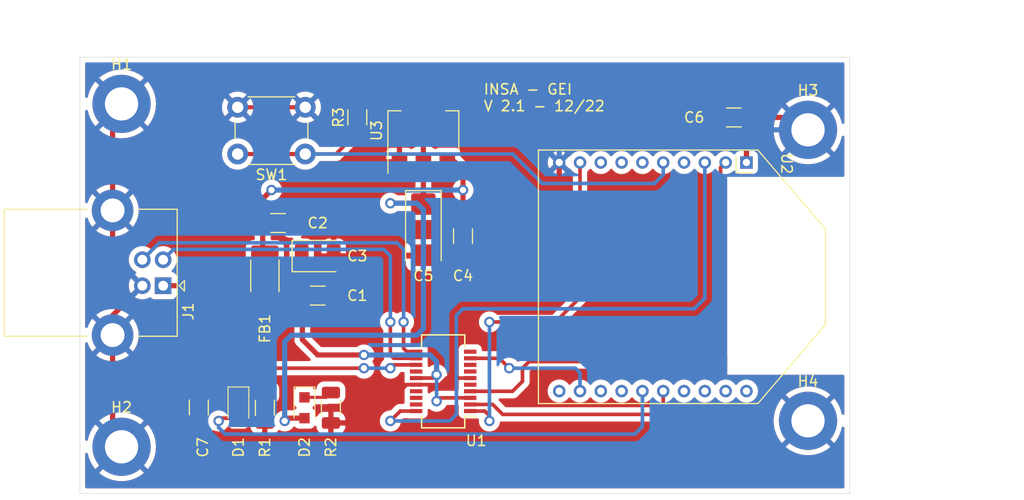
<source format=kicad_pcb>
(kicad_pcb (version 20211014) (generator pcbnew)
  (layers (0 "F.Cu" signal) (31 "B.Cu" signal) (34 "B.Paste" user) (35 "F.Paste" user) (36 "B.SilkS" user "B.Silkscreen") (37 "F.SilkS" user "F.Silkscreen") (38 "B.Mask" user) (39 "F.Mask" user) (44 "Edge.Cuts" user))
  (net 0 "")
  (net 1 "GND")
  (net 2 "+5V")
  (net 3 "/USB_DM")
  (net 4 "/USB_DP")
  (net 5 "/USART_TXD")
  (net 6 "/USART_RTS")
  (net 7 "/USART_RXD")
  (net 8 "/USART_CTS")
  (net 9 "VCC")
  (net 10 "Net-(D1-Pad1)")
  (net 11 "Net-(D2-Pad1)")
  (net 12 "Net-(C7-Pad1)")
  (net 13 "+3.3V")
  (net 14 "Net-(D1-Pad2)")
  (net 15 "/USART_DTR")
  (net 33 "Net-(R3-Pad1)")
  (footprint "Connector_USB:USB_B_Lumberg_2411_02_Horizontal" (layer "F.Cu") (at 68 92 180)
    (fp_text reference "J1" (at -2.414 -2.474 90) (layer "F.SilkS"))
    (fp_text value "USB_B")
    (fp_line (start -1.35 -4.86) (end 2.4 -4.86) (layer "F.SilkS") (width 0.12))
    (fp_line (start -2.05 0.5) (end -1.55 0) (layer "F.SilkS") (width 0.12))
    (fp_line (start -1.55 0) (end -2.05 -0.5) (layer "F.SilkS") (width 0.12))
    (fp_line (start -2.05 -0.5) (end -2.05 0.5) (layer "F.SilkS") (width 0.12))
    (fp_line (start 15.27 7.36) (end 7.3 7.36) (layer "F.SilkS") (width 0.12))
    (fp_line (start 15.27 -4.86) (end 7.3 -4.86) (layer "F.SilkS") (width 0.12))
    (fp_line (start -1.35 7.36) (end 2.4 7.36) (layer "F.SilkS") (width 0.12))
    (fp_line (start -1.35 7.36) (end -1.35 -4.86) (layer "F.SilkS") (width 0.12))
    (fp_line (start 15.27 7.36) (end 15.27 -4.86) (layer "F.SilkS") (width 0.12))
    (pad "1" thru_hole rect locked (at 0 0 270) (size 1.6 1.6) (drill 0.95) (layers *.Cu *.Mask) (net 9 "VCC"))
    (pad "2" thru_hole circle locked (at 0 2.5 270) (size 1.6 1.6) (drill 0.95) (layers *.Cu *.Mask) (net 3 "/USB_DM"))
    (pad "3" thru_hole circle locked (at 2 2.5 270) (size 1.6 1.6) (drill 0.95) (layers *.Cu *.Mask) (net 4 "/USB_DP"))
    (pad "4" thru_hole circle locked (at 2 0 270) (size 1.6 1.6) (drill 0.95) (layers *.Cu *.Mask) (net 1 "GND"))
    (pad "5" thru_hole circle locked (at 4.86 7.25 270) (size 4 4) (drill 2.3) (layers *.Cu *.Mask) (net 1 "GND"))
    (pad "5" thru_hole circle locked (at 4.86 -4.75 270) (size 4 4) (drill 2.3) (layers *.Cu *.Mask) (net 1 "GND"))
  )
  (footprint "Capacitor_SMD:C_1206_3216Metric" (layer "F.Cu") (at 82.86 92.95)
    (fp_text reference "C1" (at 3.81 0) (layer "F.SilkS"))
    (fp_text value "100nF")
    (fp_line (start -0.711252 0.91) (end 0.711252 0.91) (layer "F.SilkS") (width 0.12))
    (fp_line (start -0.711252 -0.91) (end 0.711252 -0.91) (layer "F.SilkS") (width 0.12))
    (pad "1" smd roundrect (at -1.475 0) (size 1.15 1.8) (layers "F.Cu" "F.Paste" "F.Mask") (roundrect_rratio 0.2173913043) (net 2 "+5V"))
    (pad "2" smd roundrect (at 1.475 0) (size 1.15 1.8) (layers "F.Cu" "F.Paste" "F.Mask") (roundrect_rratio 0.2173913043) (net 1 "GND"))
  )
  (footprint "Capacitor_SMD:C_1206_3216Metric" (layer "F.Cu") (at 79.05 85.965)
    (fp_text reference "C2" (at 3.81 0) (layer "F.SilkS"))
    (fp_text value "10nF")
    (fp_line (start -0.711252 0.91) (end 0.711252 0.91) (layer "F.SilkS") (width 0.12))
    (fp_line (start -0.711252 -0.91) (end 0.711252 -0.91) (layer "F.SilkS") (width 0.12))
    (pad "1" smd roundrect (at -1.475 0) (size 1.15 1.8) (layers "F.Cu" "F.Paste" "F.Mask") (roundrect_rratio 0.2173913043) (net 9 "VCC"))
    (pad "2" smd roundrect (at 1.475 0) (size 1.15 1.8) (layers "F.Cu" "F.Paste" "F.Mask") (roundrect_rratio 0.2173913043) (net 1 "GND"))
  )
  (footprint "Capacitor_Tantalum_SMD:CP_EIA-3528-21_Kemet-B" (layer "F.Cu") (at 82.86 89.14)
    (fp_text reference "C3" (at 3.81 0) (layer "F.SilkS"))
    (fp_text value "2.2µF")
    (fp_line (start -2.46 -1.51) (end -2.46 1.51) (layer "F.SilkS") (width 0.12))
    (fp_line (start -2.46 1.51) (end 1.75 1.51) (layer "F.SilkS") (width 0.12))
    (fp_line (start 1.75 -1.51) (end -2.46 -1.51) (layer "F.SilkS") (width 0.12))
    (pad "1" smd roundrect (at -1.5375 0) (size 1.325 2.35) (layers "F.Cu" "F.Paste" "F.Mask") (roundrect_rratio 0.1886792453) (net 2 "+5V"))
    (pad "2" smd roundrect (at 1.5375 0) (size 1.325 2.35) (layers "F.Cu" "F.Paste" "F.Mask") (roundrect_rratio 0.1886792453) (net 1 "GND"))
  )
  (footprint "Capacitor_SMD:C_1206_3216Metric" (layer "F.Cu") (at 96.83 87.235 90)
    (fp_text reference "C4" (at -3.81 0 180) (layer "F.SilkS"))
    (fp_text value "100nF")
    (fp_line (start -0.711252 -0.91) (end 0.711252 -0.91) (layer "F.SilkS") (width 0.12))
    (fp_line (start -0.711252 0.91) (end 0.711252 0.91) (layer "F.SilkS") (width 0.12))
    (pad "1" smd roundrect (at -1.475 0 90) (size 1.15 1.8) (layers "F.Cu" "F.Paste" "F.Mask") (roundrect_rratio 0.2173913043) (net 1 "GND"))
    (pad "2" smd roundrect (at 1.475 0 90) (size 1.15 1.8) (layers "F.Cu" "F.Paste" "F.Mask") (roundrect_rratio 0.2173913043) (net 9 "VCC"))
  )
  (footprint "Capacitor_SMD:C_1206_3216Metric" (layer "F.Cu") (at 122.865 75.805 180)
    (fp_text reference "C6" (at 3.81 0 180) (layer "F.SilkS"))
    (fp_text value "100nF")
    (fp_line (start -0.711252 -0.91) (end 0.711252 -0.91) (layer "F.SilkS") (width 0.12))
    (fp_line (start -0.711252 0.91) (end 0.711252 0.91) (layer "F.SilkS") (width 0.12))
    (pad "1" smd roundrect (at -1.475 0 180) (size 1.15 1.8) (layers "F.Cu" "F.Paste" "F.Mask") (roundrect_rratio 0.2173913043) (net 1 "GND"))
    (pad "2" smd roundrect (at 1.475 0 180) (size 1.15 1.8) (layers "F.Cu" "F.Paste" "F.Mask") (roundrect_rratio 0.2173913043) (net 13 "+3.3V"))
  )
  (footprint "Capacitor_Tantalum_SMD:CP_EIA-6032-28_Kemet-C" (layer "F.Cu") (at 93.02 86.6 -90)
    (fp_text reference "C5" (at 4.445 0 180) (layer "F.SilkS"))
    (fp_text value "10µF")
    (fp_line (start -3.76 -1.71) (end -3.76 1.71) (layer "F.SilkS") (width 0.12))
    (fp_line (start 3 -1.71) (end -3.76 -1.71) (layer "F.SilkS") (width 0.12))
    (fp_line (start -3.76 1.71) (end 3 1.71) (layer "F.SilkS") (width 0.12))
    (pad "1" smd roundrect (at -2.4625 0 270) (size 2.075 2.35) (layers "F.Cu" "F.Paste" "F.Mask") (roundrect_rratio 0.1204819277) (net 13 "+3.3V"))
    (pad "2" smd roundrect (at 2.4625 0 270) (size 2.075 2.35) (layers "F.Cu" "F.Paste" "F.Mask") (roundrect_rratio 0.1204819277) (net 1 "GND"))
  )
  (footprint "LED_SMD:LED_1206_3216Metric" (layer "F.Cu") (at 75.24 103.745 -90)
    (fp_text reference "D1" (at 3.81 0 -90) (layer "F.SilkS"))
    (fp_text value "LED")
    (fp_line (start 1 -1) (end -2 -1) (layer "F.SilkS") (width 0.1))
    (fp_line (start -2 -1) (end -2 1) (layer "F.SilkS") (width 0.1))
    (fp_line (start -2 1) (end 1 1) (layer "F.SilkS") (width 0.1))
    (pad "1" smd roundrect (at -1 0 270) (size 1 1) (layers "F.Cu" "F.Paste" "F.Mask") (roundrect_rratio 0) (net 10 "Net-(D1-Pad1)"))
    (pad "2" smd roundrect (at 1 0 270) (size 1 1) (layers "F.Cu" "F.Paste" "F.Mask") (roundrect_rratio 0) (net 14 "Net-(D1-Pad2)"))
  )
  (footprint "LED_SMD:LED_1206_3216Metric" (layer "F.Cu") (at 81.59 103.745 -90)
    (fp_text reference "D2" (at 3.81 0 -90) (layer "F.SilkS"))
    (fp_text value "LED")
    (fp_line (start -2 1) (end 1 1) (layer "F.SilkS") (width 0.1))
    (fp_line (start -2 -1) (end -2 1) (layer "F.SilkS") (width 0.1))
    (fp_line (start 1 -1) (end -2 -1) (layer "F.SilkS") (width 0.1))
    (pad "1" smd roundrect (at -1 0 270) (size 1 1) (layers "F.Cu" "F.Paste" "F.Mask") (roundrect_rratio 0) (net 11 "Net-(D2-Pad1)"))
    (pad "2" smd roundrect (at 1 0 270) (size 1 1) (layers "F.Cu" "F.Paste" "F.Mask") (roundrect_rratio 0) (net 13 "+3.3V"))
  )
  (footprint "Resistor_SMD:R_2010_5025Metric" (layer "F.Cu") (at 77.78 91.045 -90)
    (fp_text reference "FB1" (at 5.08 0 -90) (layer "F.SilkS"))
    (fp_text value "MI1210K600R-10")
    (fp_line (start -1.527064 1.36) (end 1.527064 1.36) (layer "F.SilkS") (width 0.12))
    (fp_line (start -1.527064 -1.36) (end 1.527064 -1.36) (layer "F.SilkS") (width 0.12))
    (pad "1" smd roundrect (at -2.3125 0 270) (size 1.225 2.65) (layers "F.Cu" "F.Paste" "F.Mask") (roundrect_rratio 0.2040816327) (net 9 "VCC"))
    (pad "2" smd roundrect (at 2.3125 0 270) (size 1.225 2.65) (layers "F.Cu" "F.Paste" "F.Mask") (roundrect_rratio 0.2040816327) (net 2 "+5V"))
  )
  (footprint "Resistor_SMD:R_1206_3216Metric" (layer "F.Cu") (at 77.78 103.745 90)
    (fp_text reference "R1" (at -3.81 0 90) (layer "F.SilkS"))
    (fp_text value "1K")
    (fp_line (start -0.727064 -0.91) (end 0.727064 -0.91) (layer "F.SilkS") (width 0.12))
    (fp_line (start -0.727064 0.91) (end 0.727064 0.91) (layer "F.SilkS") (width 0.12))
    (pad "1" smd roundrect (at -1.4625 0 90) (size 1.125 1.75) (layers "F.Cu" "F.Paste" "F.Mask") (roundrect_rratio 0.2222222222) (net 1 "GND"))
    (pad "2" smd roundrect (at 1.4625 0 90) (size 1.125 1.75) (layers "F.Cu" "F.Paste" "F.Mask") (roundrect_rratio 0.2222222222) (net 10 "Net-(D1-Pad1)"))
  )
  (footprint "Resistor_SMD:R_1206_3216Metric" (layer "F.Cu") (at 84.13 103.745 90)
    (fp_text reference "R2" (at -3.81 0 90) (layer "F.SilkS"))
    (fp_text value "1K")
    (fp_line (start -0.727064 -0.91) (end 0.727064 -0.91) (layer "F.SilkS") (width 0.12))
    (fp_line (start -0.727064 0.91) (end 0.727064 0.91) (layer "F.SilkS") (width 0.12))
    (pad "1" smd roundrect (at -1.4625 0 90) (size 1.125 1.75) (layers "F.Cu" "F.Paste" "F.Mask") (roundrect_rratio 0.2222222222) (net 1 "GND"))
    (pad "2" smd roundrect (at 1.4625 0 90) (size 1.125 1.75) (layers "F.Cu" "F.Paste" "F.Mask") (roundrect_rratio 0.2222222222) (net 11 "Net-(D2-Pad1)"))
  )
  (footprint "Capacitor_SMD:C_1206_3216Metric" (layer "F.Cu") (at 71.43 103.7085 -90)
    (fp_text reference "C7" (at 3.8465 -0.381 -90) (layer "F.SilkS"))
    (fp_text value "100nF")
    (fp_line (start -0.711252 0.91) (end 0.711252 0.91) (layer "F.SilkS") (width 0.12))
    (fp_line (start -0.711252 -0.91) (end 0.711252 -0.91) (layer "F.SilkS") (width 0.12))
    (pad "1" smd roundrect (at -1.475 0 270) (size 1.15 1.8) (layers "F.Cu" "F.Paste" "F.Mask") (roundrect_rratio 0.2173913043) (net 12 "Net-(C7-Pad1)"))
    (pad "2" smd roundrect (at 1.475 0 270) (size 1.15 1.8) (layers "F.Cu" "F.Paste" "F.Mask") (roundrect_rratio 0.2173913043) (net 1 "GND"))
  )
  (footprint "Button_Switch_THT:SW_PUSH_6mm_H4.3mm" (layer "F.Cu") (at 81.665 79.325 180)
    (fp_text reference "SW1" (at 3.25 -2) (layer "F.SilkS"))
    (fp_text value "SW_DPST_x2")
    (fp_line (start -0.25 1.5) (end -0.25 3) (layer "F.SilkS") (width 0.12))
    (fp_line (start 5.5 -1) (end 1 -1) (layer "F.SilkS") (width 0.12))
    (fp_line (start 6.75 3) (end 6.75 1.5) (layer "F.SilkS") (width 0.12))
    (fp_line (start 1 5.5) (end 5.5 5.5) (layer "F.SilkS") (width 0.12))
    (pad "1" thru_hole circle (at 0 0 270) (size 2 2) (drill 1.1) (layers *.Cu *.Mask) (net 33 "Net-(R3-Pad1)"))
    (pad "1" thru_hole circle (at 6.5 0 270) (size 2 2) (drill 1.1) (layers *.Cu *.Mask) (net 33 "Net-(R3-Pad1)"))
    (pad "2" thru_hole circle (at 6.5 4.5 270) (size 2 2) (drill 1.1) (layers *.Cu *.Mask) (net 1 "GND"))
    (pad "2" thru_hole circle (at 0 4.5 270) (size 2 2) (drill 1.1) (layers *.Cu *.Mask) (net 1 "GND"))
  )
  (footprint "MountingHole:MountingHole_3.2mm_M3_DIN965_Pad" (layer "F.Cu") (at 130 105)
    (fp_text reference "H4" (at 0 -3.8) (layer "F.SilkS"))
    (fp_text value "MountingHole_Pad")
    (pad "1" thru_hole circle locked (at 0 0) (size 5.6 5.6) (drill 3.2) (layers *.Cu *.Mask) (net 1 "GND"))
  )
  (footprint "Resistor_SMD:R_1206_3216Metric" (layer "F.Cu") (at 86.67 75.805 90)
    (fp_text reference "R3" (at 0 -1.82 90) (layer "F.SilkS"))
    (fp_text value "10K")
    (fp_line (start -0.727064 0.91) (end 0.727064 0.91) (layer "F.SilkS") (width 0.12))
    (fp_line (start -0.727064 -0.91) (end 0.727064 -0.91) (layer "F.SilkS") (width 0.12))
    (pad "1" smd roundrect (at -1.4625 0 90) (size 1.125 1.75) (layers "F.Cu" "F.Paste" "F.Mask") (roundrect_rratio 0.222222) (net 33 "Net-(R3-Pad1)"))
    (pad "2" smd roundrect (at 1.4625 0 90) (size 1.125 1.75) (layers "F.Cu" "F.Paste" "F.Mask") (roundrect_rratio 0.222222) (net 13 "+3.3V"))
  )
  (footprint "Package_SO:SSOP-20_3.9x8.7mm_P0.635mm" (layer "F.Cu") (at 94.925 101.205 180)
    (fp_text reference "U1" (at -3.175 -5.715) (layer "F.SilkS"))
    (fp_text value "FT231XS")
    (fp_line (start 2.075 -4.475) (end 2.075 -3.365) (layer "F.SilkS") (width 0.15))
    (fp_line (start -2.075 4.475) (end -2.075 3.365) (layer "F.SilkS") (width 0.15))
    (fp_line (start 2.075 4.475) (end 2.075 3.365) (layer "F.SilkS") (width 0.15))
    (fp_line (start -2.075 -3.365) (end -3.2 -3.365) (layer "F.SilkS") (width 0.15))
    (fp_line (start -2.075 -3.365) (end -2.075 -4.475) (layer "F.SilkS") (width 0.15))
    (fp_line (start -2.075 -4.475) (end 2.075 -4.475) (layer "F.SilkS") (width 0.15))
    (fp_line (start -2.075 4.475) (end 2.075 4.475) (layer "F.SilkS") (width 0.15))
    (pad "1" smd rect (at -2.6 -2.8575 180) (size 1.2 0.4) (layers "F.Cu" "F.Paste" "F.Mask") (net 15 "/USART_DTR"))
    (pad "2" smd rect (at -2.6 -2.2225 180) (size 1.2 0.4) (layers "F.Cu" "F.Paste" "F.Mask") (net 6 "/USART_RTS"))
    (pad "3" smd rect (at -2.6 -1.5875 180) (size 1.2 0.4) (layers "F.Cu" "F.Paste" "F.Mask") (net 2 "+5V"))
    (pad "4" smd rect (at -2.6 -0.9525 180) (size 1.2 0.4) (layers "F.Cu" "F.Paste" "F.Mask") (net 7 "/USART_RXD"))
    (pad "5" smd rect (at -2.6 -0.3175 180) (size 1.2 0.4) (layers "F.Cu" "F.Paste" "F.Mask"))
    (pad "6" smd rect (at -2.6 0.3175 180) (size 1.2 0.4) (layers "F.Cu" "F.Paste" "F.Mask") (net 1 "GND"))
    (pad "7" smd rect (at -2.6 0.9525 180) (size 1.2 0.4) (layers "F.Cu" "F.Paste" "F.Mask"))
    (pad "8" smd rect (at -2.6 1.5875 180) (size 1.2 0.4) (layers "F.Cu" "F.Paste" "F.Mask"))
    (pad "9" smd rect (at -2.6 2.2225 180) (size 1.2 0.4) (layers "F.Cu" "F.Paste" "F.Mask") (net 8 "/USART_CTS"))
    (pad "10" smd rect (at -2.6 2.8575 180) (size 1.2 0.4) (layers "F.Cu" "F.Paste" "F.Mask"))
    (pad "11" smd rect (at 2.6 2.8575 180) (size 1.2 0.4) (layers "F.Cu" "F.Paste" "F.Mask") (net 4 "/USB_DP"))
    (pad "12" smd rect (at 2.6 2.2225 180) (size 1.2 0.4) (layers "F.Cu" "F.Paste" "F.Mask") (net 3 "/USB_DM"))
    (pad "13" smd rect (at 2.6 1.5875 180) (size 1.2 0.4) (layers "F.Cu" "F.Paste" "F.Mask") (net 12 "Net-(C7-Pad1)"))
    (pad "14" smd rect (at 2.6 0.9525 180) (size 1.2 0.4) (layers "F.Cu" "F.Paste" "F.Mask"))
    (pad "15" smd rect (at 2.6 0.3175 180) (size 1.2 0.4) (layers "F.Cu" "F.Paste" "F.Mask") (net 2 "+5V"))
    (pad "16" smd rect (at 2.6 -0.3175 180) (size 1.2 0.4) (layers "F.Cu" "F.Paste" "F.Mask") (net 1 "GND"))
    (pad "17" smd rect (at 2.6 -0.9525 180) (size 1.2 0.4) (layers "F.Cu" "F.Paste" "F.Mask"))
    (pad "18" smd rect (at 2.6 -1.5875 180) (size 1.2 0.4) (layers "F.Cu" "F.Paste" "F.Mask"))
    (pad "19" smd rect (at 2.6 -2.2225 180) (size 1.2 0.4) (layers "F.Cu" "F.Paste" "F.Mask"))
    (pad "20" smd rect (at 2.6 -2.8575 180) (size 1.2 0.4) (layers "F.Cu" "F.Paste" "F.Mask") (net 5 "/USART_TXD"))
  )
  (footprint "INSA:XBEE-3-TH" (layer "F.Cu") (at 104.08 78.94 -90)
    (fp_text reference "U2" (at 1.31 -23.865 -90 unlocked) (layer "F.SilkS"))
    (fp_text value "XBEE-3-TH")
    (fp_line (start 0 0) (end 24.4 0) (layer "F.SilkS") (width 0.12))
    (fp_line (start 0.6 -19) (end 2.2 -19) (layer "F.SilkS") (width 0.12))
    (fp_line (start 7.6 -27.6) (end 0 -21.1) (layer "F.SilkS") (width 0.12))
    (fp_line (start 2.2 -19) (end 2.2 -20.6) (layer "F.SilkS") (width 0.12))
    (fp_line (start 0 -21.1) (end 0 0) (layer "F.SilkS") (width 0.12))
    (fp_line (start 24.4 0) (end 24.4 -21.1) (layer "F.SilkS") (width 0.12))
    (fp_line (start 16.8 -27.6) (end 7.6 -27.6) (layer "F.SilkS") (width 0.12))
    (fp_line (start 24.4 -21.1) (end 16.8 -27.6) (layer "F.SilkS") (width 0.12))
    (pad "1" thru_hole rect locked (at 1.2 -20 270) (size 1.2 1.2) (drill 0.7) (layers *.Cu *.Mask) (net 13 "+3.3V"))
    (pad "2" thru_hole circle locked (at 1.2 -18 270) (size 1.2 1.2) (drill 0.7) (layers *.Cu *.Mask) (net 7 "/USART_RXD"))
    (pad "3" thru_hole circle locked (at 1.2 -16 270) (size 1.2 1.2) (drill 0.7) (layers *.Cu *.Mask) (net 5 "/USART_TXD"))
    (pad "4" thru_hole circle locked (at 1.2 -14 270) (size 1.2 1.2) (drill 0.7) (layers *.Cu *.Mask))
    (pad "5" thru_hole circle locked (at 1.2 -12 270) (size 1.2 1.2) (drill 0.7) (layers *.Cu *.Mask) (net 33 "Net-(R3-Pad1)"))
    (pad "6" thru_hole circle locked (at 1.2 -10 270) (size 1.2 1.2) (drill 0.7) (layers *.Cu *.Mask))
    (pad "7" thru_hole circle locked (at 1.2 -8 270) (size 1.2 1.2) (drill 0.7) (layers *.Cu *.Mask))
    (pad "8" thru_hole circle locked (at 1.2 -6 270) (size 1.2 1.2) (drill 0.7) (layers *.Cu *.Mask))
    (pad "9" thru_hole circle locked (at 1.2 -4 270) (size 1.2 1.2) (drill 0.7) (layers *.Cu *.Mask) (net 15 "/USART_DTR"))
    (pad "10" thru_hole circle locked (at 1.2 -2 270) (size 1.2 1.2) (drill 0.7) (layers *.Cu *.Mask) (net 1 "GND"))
    (pad "11" thru_hole circle locked (at 23.2 -2 270) (size 1.2 1.2) (drill 0.7) (layers *.Cu *.Mask))
    (pad "12" thru_hole circle locked (at 23.2 -4 270) (size 1.2 1.2) (drill 0.7) (layers *.Cu *.Mask) (net 8 "/USART_CTS"))
    (pad "13" thru_hole circle locked (at 23.2 -6 270) (size 1.2 1.2) (drill 0.7) (layers *.Cu *.Mask))
    (pad "14" thru_hole circle locked (at 23.2 -8 270) (size 1.2 1.2) (drill 0.7) (layers *.Cu *.Mask))
    (pad "15" thru_hole circle locked (at 23.2 -10 270) (size 1.2 1.2) (drill 0.7) (layers *.Cu *.Mask) (net 14 "Net-(D1-Pad2)"))
    (pad "16" thru_hole circle locked (at 23.2 -12 270) (size 1.2 1.2) (drill 0.7) (layers *.Cu *.Mask) (net 6 "/USART_RTS"))
    (pad "17" thru_hole circle locked (at 23.2 -14 270) (size 1.2 1.2) (drill 0.7) (layers *.Cu *.Mask))
    (pad "18" thru_hole circle locked (at 23.2 -16 270) (size 1.2 1.2) (drill 0.7) (layers *.Cu *.Mask))
    (pad "19" thru_hole circle locked (at 23.2 -18 270) (size 1.2 1.2) (drill 0.7) (layers *.Cu *.Mask))
    (pad "20" thru_hole circle locked (at 23.2 -20 270) (size 1.2 1.2) (drill 0.7) (layers *.Cu *.Mask))
  )
  (footprint "MountingHole:MountingHole_3.2mm_M3_DIN965_Pad" (layer "F.Cu") (at 64 107.5)
    (fp_text reference "H2" (at 0 -3.8) (layer "F.SilkS"))
    (fp_text value "MountingHole_Pad")
    (pad "1" thru_hole circle locked (at 0 0) (size 5.6 5.6) (drill 3.2) (layers *.Cu *.Mask) (net 1 "GND"))
  )
  (footprint "MountingHole:MountingHole_3.2mm_M3_DIN965_Pad" (layer "F.Cu") (at 64 74.5)
    (fp_text reference "H1" (at 0 -3.8) (layer "F.SilkS"))
    (fp_text value "MountingHole_Pad")
    (pad "1" thru_hole circle locked (at 0 0) (size 5.6 5.6) (drill 3.2) (layers *.Cu *.Mask) (net 1 "GND"))
  )
  (footprint "Package_TO_SOT_SMD:SOT-223-3_TabPin2" (layer "F.Cu") (at 93.02 77.075 90)
    (fp_text reference "U3" (at 0 -4.5 90) (layer "F.SilkS"))
    (fp_text value "NCP1117-3.3_SOT223")
    (fp_line (start 1.91 -3.41) (end 1.91 -2.15) (layer "F.SilkS") (width 0.12))
    (fp_line (start -1.85 3.41) (end 1.91 3.41) (layer "F.SilkS") (width 0.12))
    (fp_line (start 1.91 3.41) (end 1.91 2.15) (layer "F.SilkS") (width 0.12))
    (fp_line (start -4.1 -3.41) (end 1.91 -3.41) (layer "F.SilkS") (width 0.12))
    (pad "1" smd rect (at -3.15 -2.3 90) (size 2 1.5) (layers "F.Cu" "F.Paste" "F.Mask") (net 1 "GND"))
    (pad "2" smd rect (at -3.15 0 90) (size 2 1.5) (layers "F.Cu" "F.Paste" "F.Mask") (net 13 "+3.3V"))
    (pad "2" smd rect (at 3.15 0 90) (size 2 3.8) (layers "F.Cu" "F.Paste" "F.Mask") (net 13 "+3.3V"))
    (pad "3" smd rect (at -3.15 2.3 90) (size 2 1.5) (layers "F.Cu" "F.Paste" "F.Mask") (net 9 "VCC"))
  )
  (footprint "MountingHole:MountingHole_3.2mm_M3_DIN965_Pad" (layer "F.Cu") (at 130 77)
    (fp_text reference "H3" (at 0 -3.8) (layer "F.SilkS"))
    (fp_text value "MountingHole_Pad")
    (pad "1" thru_hole circle locked (at 0 0) (size 5.6 5.6) (drill 3.2) (layers *.Cu *.Mask) (net 1 "GND"))
  )
  (gr_line (start 60 112) (end 60 70) (layer "Edge.Cuts") (width 0.05))
  (gr_line (start 134 112) (end 60 112) (layer "Edge.Cuts") (width 0.05))
  (gr_line (start 134 70) (end 134 112) (layer "Edge.Cuts") (width 0.05))
  (gr_line (start 60 70) (end 134 70) (layer "Edge.Cuts") (width 0.05))
  (gr_text "INSA - GEI\nV 2.1 - 12/22" (at 98.735 73.9) (layer "F.SilkS") (effects (font (size 1 1)) (justify left)))
  (segment (start 87.7475 105.2075) (end 88.575 104.38) (width 0.5) (layer "F.Cu") (net 1))
  (segment (start 124.34 75.805) (end 128.805 75.805) (width 0.5) (layer "F.Cu") (net 1))
  (segment (start 88.575 104.38) (end 88.575 102.475) (width 0.5) (layer "F.Cu") (net 1))
  (segment (start 71.684 105.1835) (end 66.3165 105.1835) (width 0.5) (layer "F.Cu") (net 1))
  (segment (start 87.94 96.125) (end 88.575 96.76) (width 0.5) (layer "F.Cu") (net 1))
  (segment (start 63.14 94.86) (end 63.14 96.75) (width 0.5) (layer "F.Cu") (net 1))
  (segment (start 97.035 88.505) (end 105.085 88.505) (width 0.5) (layer "F.Cu") (net 1))
  (segment (start 64 74.5) (end 63.14 75.36) (width 0.5) (layer "F.Cu") (net 1))
  (segment (start 77.78 105.2075) (end 77.78 106.285) (width 0.5) (layer "F.Cu") (net 1))
  (segment (start 93.02 89.0625) (end 96.4775 89.0625) (width 0.5) (layer "F.Cu") (net 1))
  (segment (start 84.3975 89.14) (end 92.9425 89.14) (width 0.5) (layer "F.Cu") (net 1))
  (segment (start 75.165 74.825) (end 81.665 74.825) (width 0.4) (layer "F.Cu") (net 1))
  (segment (start 88.575 102.475) (end 89.21 101.84) (width 0.5) (layer "F.Cu") (net 1))
  (segment (start 105.085 88.505) (end 106.08 87.51) (width 0.5) (layer "F.Cu") (net 1))
  (segment (start 85.4 96.125) (end 87.94 96.125) (width 0.5) (layer "F.Cu") (net 1))
  (segment (start 92.325 101.5225) (end 94.6075 101.5225) (width 0.35) (layer "F.Cu") (net 1))
  (segment (start 77.78 106.285) (end 77.145 106.92) (width 0.5) (layer "F.Cu") (net 1))
  (segment (start 78.415 106.92) (end 77.78 106.285) (width 0.5) (layer "F.Cu") (net 1))
  (segment (start 84.335 92.95) (end 84.335 95.06) (width 0.5) (layer "F.Cu") (net 1))
  (segment (start 96.4775 89.0625) (end 96.83 88.71) (width 0.5) (layer "F.Cu") (net 1))
  (segment (start 84.335 89.2025) (end 84.3975 89.14) (width 0.5) (layer "F.Cu") (net 1))
  (segment (start 84.335 92.95) (end 84.335 89.2025) (width 0.5) (layer "F.Cu") (net 1))
  (segment (start 63.14 89.14) (end 63.14 84.75) (width 0.5) (layer "F.Cu") (net 1))
  (segment (start 89.845 101.84) (end 91.115 101.84) (width 0.35) (layer "F.Cu") (net 1))
  (segment (start 84.13 106.285) (end 83.495 106.92) (width 0.5) (layer "F.Cu") (net 1))
  (segment (start 95.2425 100.8875) (end 94.6075 101.5225) (width 0.35) (layer "F.Cu") (net 1))
  (segment (start 86.21 80.075) (end 84.3975 81.8875) (width 0.5) (layer "F.Cu") (net 1))
  (segment (start 92.325 101.5225) (end 91.4325 101.5225) (width 0.35) (layer "F.Cu") (net 1))
  (segment (start 83.495 106.92) (end 78.415 106.92) (width 0.5) (layer "F.Cu") (net 1))
  (segment (start 63.14 75.36) (end 63.14 84.75) (width 0.5) (layer "F.Cu") (net 1))
  (segment (start 84.13 105.2075) (end 84.13 106.285) (width 0.5) (layer "F.Cu") (net 1))
  (segment (start 66 92) (end 63.14 89.14) (width 0.5) (layer "F.Cu") (net 1))
  (segment (start 89.21 101.84) (end 89.845 101.84) (width 0.5) (layer "F.Cu") (net 1))
  (segment (start 88.575 96.76) (end 88.575 102.475) (width 0.5) (layer "F.Cu") (net 1))
  (segment (start 66.3165 105.1835) (end 64 107.5) (width 0.5) (layer "F.Cu") (net 1))
  (segment (start 64 107.5) (end 63.14 106.64) (width 0.5) (layer "F.Cu") (net 1))
  (segment (start 84.13 105.2075) (end 87.7475 105.2075) (width 0.5) (layer "F.Cu") (net 1))
  (segment (start 97.525 100.8875) (end 95.2425 100.8875) (width 0.35) (layer "F.Cu") (net 1))
  (segment (start 63.14 106.64) (end 63.14 96.75) (width 0.5) (layer "F.Cu") (net 1))
  (segment (start 96.83 88.71) (end 97.035 88.505) (width 0.5) (layer "F.Cu") (net 1))
  (segment (start 128.805 75.805) (end 130 77) (width 0.5) (layer "F.Cu") (net 1))
  (segment (start 80.525 85.965) (end 84.13 85.965) (width 0.5) (layer "F.Cu") (net 1))
  (segment (start 72.7 106.92) (end 71.684 105.904) (width 0.5) (layer "F.Cu") (net 1))
  (segment (start 71.684 105.904) (end 71.684 105.1835) (width 0.5) (layer "F.Cu") (net 1))
  (segment (start 84.3975 86.2325) (end 84.3975 89.14) (width 0.5) (layer "F.Cu") (net 1))
  (segment (start 106.08 87.51) (end 106.08 80.14) (width 0.5) (layer "F.Cu") (net 1))
  (segment (start 84.13 85.965) (end 84.3975 86.2325) (width 0.5) (layer "F.Cu") (net 1))
  (segment (start 84.335 95.06) (end 85.4 96.125) (width 0.5) (layer "F.Cu") (net 1))
  (segment (start 77.145 106.92) (end 72.7 106.92) (width 0.5) (layer "F.Cu") (net 1))
  (segment (start 84.3975 81.8875) (end 84.3975 86.2325) (width 0.5) (layer "F.Cu") (net 1))
  (segment (start 66 92) (end 63.14 94.86) (width 0.5) (layer "F.Cu") (net 1))
  (segment (start 91.02 80.075) (end 86.21 80.075) (width 0.5) (layer "F.Cu") (net 1))
  (segment (start 92.9425 89.14) (end 93.02 89.0625) (width 0.5) (layer "F.Cu") (net 1))
  (segment (start 91.4325 101.5225) (end 91.115 101.84) (width 0.35) (layer "F.Cu") (net 1))
  (segment (start 106.08 80.14) (end 106.08 77.35) (width 0.5) (layer "B.Cu") (net 1))
  (segment (start 106.08 77.35) (end 106.43 77) (width 0.5) (layer "B.Cu") (net 1))
  (segment (start 106.43 77) (end 130 77) (width 0.5) (layer "B.Cu") (net 1))
  (segment (start 82.86 98.665) (end 87.305 98.665) (width 0.5) (layer "F.Cu") (net 2))
  (segment (start 77.78 93.3575) (end 80.9775 93.3575) (width 0.5) (layer "F.Cu") (net 2))
  (segment (start 93.9725 100.8875) (end 94.29 100.57) (width 0.35) (layer "F.Cu") (net 2))
  (segment (start 94.29 103.11) (end 94.6075 102.7925) (width 0.35) (layer "F.Cu") (net 2))
  (segment (start 81.3225 89.14) (end 81.3225 92.8875) (width 0.5) (layer "F.Cu") (net 2))
  (segment (start 81.385 92.95) (end 81.385 97.19) (width 0.5) (layer "F.Cu") (net 2))
  (segment (start 80.9775 93.3575) (end 81.385 92.95) (width 0.5) (layer "F.Cu") (net 2))
  (segment (start 81.3225 92.8875) (end 81.385 92.95) (width 0.5) (layer "F.Cu") (net 2))
  (segment (start 81.385 97.19) (end 82.86 98.665) (width 0.5) (layer "F.Cu") (net 2))
  (segment (start 92.325 100.8875) (end 93.9725 100.8875) (width 0.35) (layer "F.Cu") (net 2))
  (segment (start 94.6075 102.7925) (end 97.525 102.7925) (width 0.35) (layer "F.Cu") (net 2))
  (via (at 87.305 98.665) (size 1) (drill 0.6) (layers "F.Cu" "B.Cu") (net 2))
  (via (at 94.29 103.11) (size 1) (drill 0.6) (layers "F.Cu" "B.Cu") (net 2))
  (via (at 94.29 100.57) (size 1) (drill 0.6) (layers "F.Cu" "B.Cu") (net 2))
  (segment (start 94.29 103.11) (end 94.29 100.57) (width 0.35) (layer "B.Cu") (net 2))
  (segment (start 87.305 98.665) (end 93.655 98.665) (width 0.5) (layer "B.Cu") (net 2))
  (segment (start 93.655 98.665) (end 94.29 99.3) (width 0.5) (layer "B.Cu") (net 2))
  (segment (start 94.29 99.3) (end 94.29 100.57) (width 0.5) (layer "B.Cu") (net 2))
  (segment (start 90.1625 98.9825) (end 89.845 98.665) (width 0.35) (layer "F.Cu") (net 3))
  (segment (start 92.325 98.9825) (end 90.1625 98.9825) (width 0.35) (layer "F.Cu") (net 3))
  (segment (start 89.845 98.665) (end 89.845 95.49) (width 0.35) (layer "F.Cu") (net 3))
  (via (at 89.845 95.49) (size 1) (drill 0.6) (layers "F.Cu" "B.Cu") (net 3))
  (segment (start 89.845 95.49) (end 89.845 89.14) (width 0.35) (layer "B.Cu") (net 3))
  (segment (start 89.845 89.14) (end 89.21 88.505) (width 0.35) (layer "B.Cu") (net 3))
  (segment (start 68.995 88.505) (end 68 89.5) (width 0.35) (layer "B.Cu") (net 3))
  (segment (start 89.21 88.505) (end 68.995 88.505) (width 0.35) (layer "B.Cu") (net 3))
  (segment (start 92.325 98.3475) (end 91.4325 98.3475) (width 0.35) (layer "F.Cu") (net 4))
  (segment (start 91.4325 98.3475) (end 91.115 98.03) (width 0.35) (layer "F.Cu") (net 4))
  (segment (start 91.115 98.03) (end 91.115 95.49) (width 0.35) (layer "F.Cu") (net 4))
  (via (at 91.115 95.49) (size 1) (drill 0.6) (layers "F.Cu" "B.Cu") (net 4))
  (segment (start 91.115 95.49) (end 91.115 88.505) (width 0.35) (layer "B.Cu") (net 4))
  (segment (start 67.63 87.87) (end 66 89.5) (width 0.35) (layer "B.Cu") (net 4))
  (segment (start 91.115 88.505) (end 90.48 87.87) (width 0.35) (layer "B.Cu") (net 4))
  (segment (start 90.48 87.87) (end 67.63 87.87) (width 0.35) (layer "B.Cu") (net 4))
  (segment (start 90.7975 104.0625) (end 89.845 105.015) (width 0.35) (layer "F.Cu") (net 5))
  (segment (start 92.325 104.0625) (end 90.7975 104.0625) (width 0.35) (layer "F.Cu") (net 5))
  (via (at 89.845 105.015) (size 1) (drill 0.6) (layers "F.Cu" "B.Cu") (net 5))
  (segment (start 96.83 94.22) (end 119.055 94.22) (width 0.35) (layer "B.Cu") (net 5))
  (segment (start 96.195 94.855) (end 96.83 94.22) (width 0.35) (layer "B.Cu") (net 5))
  (segment (start 95.56 105.015) (end 96.195 104.38) (width 0.35) (layer "B.Cu") (net 5))
  (segment (start 120.08 93.195) (end 120.08 80.14) (width 0.35) (layer "B.Cu") (net 5))
  (segment (start 96.195 104.38) (end 96.195 94.855) (width 0.35) (layer "B.Cu") (net 5))
  (segment (start 89.845 105.015) (end 95.56 105.015) (width 0.35) (layer "B.Cu") (net 5))
  (segment (start 119.055 94.22) (end 120.08 93.195) (width 0.35) (layer "B.Cu") (net 5))
  (segment (start 100.64 104.38) (end 115.245 104.38) (width 0.35) (layer "F.Cu") (net 6))
  (segment (start 97.525 103.4275) (end 99.6875 103.4275) (width 0.35) (layer "F.Cu") (net 6))
  (segment (start 99.6875 103.4275) (end 100.64 104.38) (width 0.35) (layer "F.Cu") (net 6))
  (segment (start 116.08 103.545) (end 116.08 102.14) (width 0.35) (layer "F.Cu") (net 6))
  (segment (start 115.245 104.38) (end 116.08 103.545) (width 0.35) (layer "F.Cu") (net 6))
  (segment (start 103.18 99.3) (end 120.325 99.3) (width 0.35) (layer "F.Cu") (net 7))
  (segment (start 102.545 101.205) (end 102.545 99.935) (width 0.35) (layer "F.Cu") (net 7))
  (segment (start 101.5925 102.1575) (end 102.545 101.205) (width 0.35) (layer "F.Cu") (net 7))
  (segment (start 121.595 98.03) (end 121.595 80.625) (width 0.35) (layer "F.Cu") (net 7))
  (segment (start 102.545 99.935) (end 103.18 99.3) (width 0.35) (layer "F.Cu") (net 7))
  (segment (start 120.325 99.3) (end 121.595 98.03) (width 0.35) (layer "F.Cu") (net 7))
  (segment (start 121.595 80.625) (end 122.08 80.14) (width 0.35) (layer "F.Cu") (net 7))
  (segment (start 97.525 102.1575) (end 101.5925 102.1575) (width 0.35) (layer "F.Cu") (net 7))
  (segment (start 100.3225 98.9825) (end 97.525 98.9825) (width 0.35) (layer "F.Cu") (net 8))
  (segment (start 101.275 99.935) (end 100.3225 98.9825) (width 0.35) (layer "F.Cu") (net 8))
  (via (at 101.275 99.935) (size 1) (drill 0.6) (layers "F.Cu" "B.Cu") (net 8))
  (segment (start 107.625 99.935) (end 108.08 100.39) (width 0.35) (layer "B.Cu") (net 8))
  (segment (start 101.275 99.935) (end 107.625 99.935) (width 0.35) (layer "B.Cu") (net 8))
  (segment (start 108.08 100.39) (end 108.08 102.14) (width 0.35) (layer "B.Cu") (net 8))
  (segment (start 77.575 83.63) (end 78.415 82.79) (width 0.5) (layer "F.Cu") (net 9))
  (segment (start 77.575 85.965) (end 77.575 88.5275) (width 0.5) (layer "F.Cu") (net 9))
  (segment (start 68 92) (end 75.555 92) (width 0.5) (layer "F.Cu") (net 9))
  (segment (start 96.83 80.885) (end 96.83 82.79) (width 0.5) (layer "F.Cu") (net 9))
  (segment (start 77.78 89.775) (end 77.78 88.7325) (width 0.5) (layer "F.Cu") (net 9))
  (segment (start 96.83 82.79) (end 96.83 85.76) (width 0.5) (layer "F.Cu") (net 9))
  (segment (start 75.555 92) (end 77.78 89.775) (width 0.5) (layer "F.Cu") (net 9))
  (segment (start 77.575 88.5275) (end 77.78 88.7325) (width 0.5) (layer "F.Cu") (net 9))
  (segment (start 77.575 85.965) (end 77.575 83.63) (width 0.5) (layer "F.Cu") (net 9))
  (segment (start 95.02 80.075) (end 96.02 80.075) (width 0.5) (layer "F.Cu") (net 9))
  (segment (start 96.02 80.075) (end 96.83 80.885) (width 0.5) (layer "F.Cu") (net 9))
  (via (at 96.83 82.79) (size 1) (drill 0.6) (layers "F.Cu" "B.Cu") (net 9))
  (via (at 78.415 82.79) (size 1) (drill 0.6) (layers "F.Cu" "B.Cu") (net 9))
  (segment (start 78.415 82.79) (end 96.83 82.79) (width 0.5) (layer "B.Cu") (net 9))
  (segment (start 75.24 102.745) (end 77.3175 102.745) (width 0.3) (layer "F.Cu") (net 10))
  (segment (start 77.3175 102.745) (end 77.78 102.2825) (width 0.3) (layer "F.Cu") (net 10))
  (segment (start 83.6675 102.745) (end 84.13 102.2825) (width 0.3) (layer "F.Cu") (net 11))
  (segment (start 81.59 102.745) (end 83.6675 102.745) (width 0.3) (layer "F.Cu") (net 11))
  (segment (start 71.684 102.2335) (end 72.065 101.8525) (width 0.35) (layer "F.Cu") (net 12))
  (segment (start 92.325 99.6175) (end 90.1625 99.6175) (width 0.35) (layer "F.Cu") (net 12))
  (segment (start 72.065 100.57) (end 72.7 99.935) (width 0.35) (layer "F.Cu") (net 12))
  (segment (start 72.7 99.935) (end 87.305 99.935) (width 0.35) (layer "F.Cu") (net 12))
  (segment (start 90.1625 99.6175) (end 89.845 99.935) (width 0.35) (layer "F.Cu") (net 12))
  (segment (start 72.065 101.8525) (end 72.065 100.57) (width 0.35) (layer "F.Cu") (net 12))
  (via (at 87.305 99.935) (size 1) (drill 0.6) (layers "F.Cu" "B.Cu") (net 12))
  (via (at 89.845 99.935) (size 1) (drill 0.6) (layers "F.Cu" "B.Cu") (net 12))
  (segment (start 87.305 99.935) (end 89.845 99.935) (width 0.35) (layer "B.Cu") (net 12))
  (segment (start 79.685 105.015) (end 79.955 104.745) (width 0.5) (layer "F.Cu") (net 13))
  (segment (start 93.02 74.075) (end 93.02 84.1375) (width 0.5) (layer "F.Cu") (net 13))
  (segment (start 86.67 74.3425) (end 86.9375 74.075) (width 0.4) (layer "F.Cu") (net 13))
  (segment (start 121.39 76.235) (end 121.39 75.805) (width 0.5) (layer "F.Cu") (net 13))
  (segment (start 93.02 74.075) (end 119.66 74.075) (width 0.5) (layer "F.Cu") (net 13))
  (segment (start 89.845 84.06) (end 92.9425 84.06) (width 0.5) (layer "F.Cu") (net 13))
  (segment (start 119.66 74.075) (end 121.39 75.805) (width 0.5) (layer "F.Cu") (net 13))
  (segment (start 124.08 80.14) (end 124.08 78.925) (width 0.5) (layer "F.Cu") (net 13))
  (segment (start 86.9375 74.075) (end 93.02 74.075) (width 0.4) (layer "F.Cu") (net 13))
  (segment (start 79.955 104.745) (end 81.59 104.745) (width 0.5) (layer "F.Cu") (net 13))
  (segment (start 92.9425 84.06) (end 93.02 84.1375) (width 0.5) (layer "F.Cu") (net 13))
  (segment (start 124.08 78.925) (end 121.39 76.235) (width 0.5) (layer "F.Cu") (net 13))
  (via (at 89.845 84.06) (size 1) (drill 0.6) (layers "F.Cu" "B.Cu") (net 13))
  (via (at 79.685 105.015) (size 1) (drill 0.6) (layers "F.Cu" "B.Cu") (net 13))
  (segment (start 79.685 105.015) (end 79.685 97.395) (width 0.5) (layer "B.Cu") (net 13))
  (segment (start 92.385 84.06) (end 89.845 84.06) (width 0.5) (layer "B.Cu") (net 13))
  (segment (start 93.02 84.695) (end 92.385 84.06) (width 0.5) (layer "B.Cu") (net 13))
  (segment (start 79.685 97.395) (end 80.32 96.76) (width 0.5) (layer "B.Cu") (net 13))
  (segment (start 92.385 96.76) (end 93.02 96.125) (width 0.5) (layer "B.Cu") (net 13))
  (segment (start 80.32 96.76) (end 92.385 96.76) (width 0.5) (layer "B.Cu") (net 13))
  (segment (start 93.02 96.125) (end 93.02 84.695) (width 0.5) (layer "B.Cu") (net 13))
  (segment (start 73.605 104.745) (end 75.24 104.745) (width 0.35) (layer "F.Cu") (net 14))
  (segment (start 73.335 105.015) (end 73.605 104.745) (width 0.35) (layer "F.Cu") (net 14))
  (via (at 73.335 105.015) (size 1) (drill 0.6) (layers "F.Cu" "B.Cu") (net 14))
  (segment (start 73.97 106.285) (end 113.34 106.285) (width 0.35) (layer "B.Cu") (net 14))
  (segment (start 114.08 105.545) (end 114.08 102.14) (width 0.35) (layer "B.Cu") (net 14))
  (segment (start 73.335 105.015) (end 73.335 105.65) (width 0.35) (layer "B.Cu") (net 14))
  (segment (start 113.34 106.285) (end 114.08 105.545) (width 0.35) (layer "B.Cu") (net 14))
  (segment (start 73.335 105.65) (end 73.97 106.285) (width 0.35) (layer "B.Cu") (net 14))
  (segment (start 105.72 95.49) (end 108.08 93.13) (width 0.35) (layer "F.Cu") (net 15))
  (segment (start 99.37 95.49) (end 105.72 95.49) (width 0.35) (layer "F.Cu") (net 15))
  (segment (start 99.37 105.015) (end 99.37 104.50875) (width 0.35) (layer "F.Cu") (net 15))
  (segment (start 99.37 104.50875) (end 98.92375 104.0625) (width 0.35) (layer "F.Cu") (net 15))
  (segment (start 98.92375 104.0625) (end 97.525 104.0625) (width 0.35) (layer "F.Cu") (net 15))
  (segment (start 108.08 93.13) (end 108.08 80.14) (width 0.35) (layer "F.Cu") (net 15))
  (via (at 99.37 95.49) (size 1) (drill 0.6) (layers "F.Cu" "B.Cu") (net 15))
  (via (at 99.37 105.015) (size 1) (drill 0.6) (layers "F.Cu" "B.Cu") (net 15))
  (segment (start 99.37 95.49) (end 99.37 105.015) (width 0.35) (layer "B.Cu") (net 15))
  (segment (start 84.6125 79.325) (end 86.67 77.2675) (width 0.35) (layer "F.Cu") (net 33))
  (segment (start 81.665 79.325) (end 84.6125 79.325) (width 0.35) (layer "F.Cu") (net 33))
  (segment (start 75.165 79.325) (end 81.665 79.325) (width 0.4) (layer "F.Cu") (net 33))
  (segment (start 116.08 81.32) (end 115.245 82.155) (width 0.35) (layer "B.Cu") (net 33))
  (segment (start 116.08 80.14) (end 116.08 81.32) (width 0.35) (layer "B.Cu") (net 33))
  (segment (start 104.45 82.155) (end 101.62 79.325) (width 0.35) (layer "B.Cu") (net 33))
  (segment (start 101.62 79.325) (end 81.665 79.325) (width 0.35) (layer "B.Cu") (net 33))
  (segment (start 115.245 82.155) (end 104.45 82.155) (width 0.35) (layer "B.Cu") (net 33))
  (zone (net 1) (net_name "GND") (layer "F.Cu") (connect_pads (clearance 0.508)) (min_thickness 0.254) (fill yes (thermal_gap 0.508) (thermal_bridge_width 0.508) (smoothing fillet) (radius 1))
    (polygon (pts (xy 134.295 112.635) (xy 59.365 112.635) (xy 59.365 69.455) (xy 134.295 69.455)))
  )
  (zone (net 0) (net_name "") (layers F&B.Cu) (connect_pads (clearance 0)) (min_thickness 0.254)
    (keepout (tracks allowed) (vias allowed) (pads allowed) (copperpour not_allowed) (footprints allowed))
    (fill (thermal_gap 0.508) (thermal_bridge_width 0.508))
    (polygon (pts (xy 134.295 100.57) (xy 122.23 100.57) (xy 122.23 81.52) (xy 134.295 81.52)))
  )
  (zone (net 1) (net_name "GND") (layer "B.Cu") (connect_pads (clearance 0.508)) (min_thickness 0.254) (fill yes (thermal_gap 0.508) (thermal_bridge_width 0.508) (smoothing fillet) (radius 1))
    (polygon (pts (xy 134.295 112.635) (xy 59.365 112.635) (xy 59.365 69.455) (xy 134.295 69.455)))
  )
)
</source>
